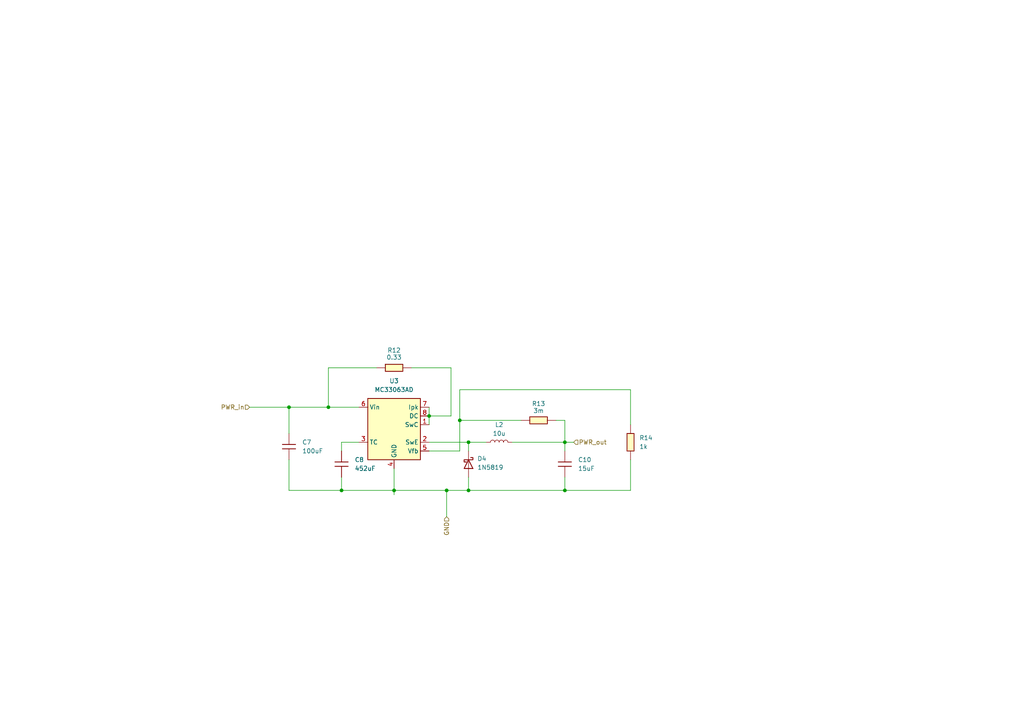
<source format=kicad_sch>
(kicad_sch (version 20231120) (generator "eeschema") (generator_version "8.0")
  (paper "A4")
  (title_block (title "SwitchBoostConverter_puzzRobs_V1"))
  (lib_symbols
    (symbol "Device:L" (pin_numbers hide) (pin_names (offset 1.016) hide)
      (property "Reference" "L" (at -1.27 0 90))
      (property "Value" "L" (at 1.905 0 90))
      (symbol "L_0_1"
        (arc (start 0 -2.54) (mid 0.6323 -1.905) (end 0 -1.27))
        (arc (start 0 -1.27) (mid 0.6323 -0.635) (end 0 0))
        (arc (start 0 0) (mid 0.6323 0.635) (end 0 1.27))
        (arc (start 0 1.27) (mid 0.6323 1.905) (end 0 2.54))
      )
      (symbol "L_1_1"
        (pin passive line (at 0 3.81 270) (length 1.27) (name "1") (number "1"))
        (pin passive line (at 0 -3.81 90) (length 1.27) (name "2") (number "2"))
      )
    )
    (symbol "Diode:C3D25170H" (pin_numbers hide) (pin_names (offset 1.016) hide)
      (property "Reference" "D" (at 0 2.54 0))
      (property "Value" "C3D25170H" (at 0 -2.54 0))
      (symbol "C3D25170H_0_1"
        (polyline (pts (xy 1.27 0) (xy -1.27 0)))
        (polyline (pts (xy 1.27 1.27) (xy 1.27 -1.27) (xy -1.27 0) (xy 1.27 1.27)) (stroke (width 0.254)))
        (polyline (pts (xy -1.905 0.635) (xy -1.905 1.27) (xy -1.27 1.27) (xy -1.27 -1.27) (xy -0.635 -1.27) (xy -0.635 -0.635)) (stroke (width 0.254)))
      )
      (symbol "C3D25170H_1_1"
        (pin passive line (at -3.81 0 0) (length 2.54) (name "K") (number "1"))
        (pin passive line (at 3.81 0 180) (length 2.54) (name "A") (number "2"))
      )
    )
    (symbol "Fab:C_1206" (pin_numbers hide)
      (property "Reference" "C" (at 0.635 2.54 0))
      (property "Value" "C_1206" (at 0.635 -2.54 0))
      (symbol "C_1206_1_1"
        (polyline (pts (xy -1.905 -0.635) (xy 1.905 -0.635)) (stroke (width 0.25)))
        (polyline (pts (xy -1.905 0.635) (xy 1.905 0.635)) (stroke (width 0.25)))
        (pin passive line (at 0 3.81 270) (length 3.175) (name "~") (number "1"))
        (pin passive line (at 0 -3.81 90) (length 3.175) (name "~") (number "2"))
      )
    )
    (symbol "Fab:R_1206" (pin_numbers hide) (pin_names (offset 0))
      (property "Reference" "R" (at 2.54 0 90))
      (property "Value" "R_1206" (at -2.54 0 90))
      (symbol "R_1206_0_1"
        (rectangle (start -1.016 -2.54) (end 1.016 2.54) (stroke (width 0.254)) (fill (type background)))
      )
      (symbol "R_1206_1_1"
        (pin passive line (at 0 5.08 270) (length 2.54) (name "~") (number "1"))
        (pin passive line (at 0 -5.08 90) (length 2.54) (name "~") (number "2"))
      )
    )
    (symbol "Regulator_Switching:MC33063AD"
      (property "Reference" "U" (at -7.62 8.89 0))
      (property "Value" "MC33063AD" (at 0 8.89 0))
      (symbol "MC33063AD_0_1"
        (rectangle (start -7.62 7.62) (end 7.62 -10.16) (stroke (width 0.254)) (fill (type background)))
      )
      (symbol "MC33063AD_1_1"
        (pin open_collector line (at 10.16 0 180) (length 2.54) (name "SwC") (number "1"))
        (pin open_emitter line (at 10.16 -5.08 180) (length 2.54) (name "SwE") (number "2"))
        (pin passive line (at -10.16 -5.08 0) (length 2.54) (name "TC") (number "3"))
        (pin power_in line (at 0 -12.7 90) (length 2.54) (name "GND") (number "4"))
        (pin input line (at 10.16 -7.62 180) (length 2.54) (name "Vfb") (number "5"))
        (pin power_in line (at -10.16 5.08 0) (length 2.54) (name "Vin") (number "6"))
        (pin input line (at 10.16 5.08 180) (length 2.54) (name "Ipk") (number "7"))
        (pin open_collector line (at 10.16 2.54 180) (length 2.54) (name "DC") (number "8"))
      )
    )
  )
  (junction (at 124.46 120.65))
  (junction (at 95.25 118.11))
  (junction (at 163.83 142.24))
  (junction (at 163.83 128.27))
  (junction (at 129.54 142.24))
  (junction (at 99.06 142.24))
  (junction (at 133.35 121.92))
  (junction (at 135.89 142.24))
  (junction (at 114.3 142.24))
  (junction (at 135.89 128.27))
  (junction (at 83.82 118.11))
  (wire (pts (xy 95.25 118.11) (xy 104.14 118.11)))
  (wire (pts (xy 99.06 138.43) (xy 99.06 142.24)))
  (wire (pts (xy 83.82 118.11) (xy 95.25 118.11)))
  (wire (pts (xy 124.46 128.27) (xy 135.89 128.27)))
  (wire (pts (xy 163.83 138.43) (xy 163.83 142.24)))
  (wire (pts (xy 129.54 142.24) (xy 129.54 149.86)))
  (wire (pts (xy 124.46 118.11) (xy 124.46 120.65)))
  (wire (pts (xy 83.82 118.11) (xy 83.82 125.73)))
  (wire (pts (xy 124.46 120.65) (xy 124.46 123.19)))
  (wire (pts (xy 161.29 121.92) (xy 163.83 121.92)))
  (wire (pts (xy 72.39 118.11) (xy 83.82 118.11)))
  (wire (pts (xy 95.25 106.68) (xy 95.25 118.11)))
  (wire (pts (xy 119.38 106.68) (xy 130.81 106.68)))
  (wire (pts (xy 104.14 128.27) (xy 99.06 128.27)))
  (wire (pts (xy 99.06 142.24) (xy 114.3 142.24)))
  (wire (pts (xy 130.81 106.68) (xy 130.81 120.65)))
  (wire (pts (xy 114.3 142.24) (xy 114.3 135.89)))
  (wire (pts (xy 83.82 142.24) (xy 99.06 142.24)))
  (wire (pts (xy 148.59 128.27) (xy 163.83 128.27)))
  (wire (pts (xy 109.22 106.68) (xy 95.25 106.68)))
  (wire (pts (xy 163.83 128.27) (xy 166.37 128.27)))
  (wire (pts (xy 182.88 113.03) (xy 182.88 123.19)))
  (wire (pts (xy 133.35 121.92) (xy 133.35 130.81)))
  (wire (pts (xy 129.54 142.24) (xy 114.3 142.24)))
  (wire (pts (xy 135.89 142.24) (xy 129.54 142.24)))
  (wire (pts (xy 182.88 142.24) (xy 163.83 142.24)))
  (wire (pts (xy 135.89 138.43) (xy 135.89 142.24)))
  (wire (pts (xy 99.06 128.27) (xy 99.06 130.81)))
  (wire (pts (xy 135.89 128.27) (xy 140.97 128.27)))
  (wire (pts (xy 163.83 142.24) (xy 135.89 142.24)))
  (wire (pts (xy 135.89 128.27) (xy 135.89 130.81)))
  (wire (pts (xy 114.3 143.51) (xy 114.3 142.24)))
  (wire (pts (xy 163.83 121.92) (xy 163.83 128.27)))
  (wire (pts (xy 124.46 130.81) (xy 133.35 130.81)))
  (wire (pts (xy 182.88 133.35) (xy 182.88 142.24)))
  (wire (pts (xy 130.81 120.65) (xy 124.46 120.65)))
  (wire (pts (xy 133.35 113.03) (xy 133.35 121.92)))
  (wire (pts (xy 133.35 121.92) (xy 151.13 121.92)))
  (wire (pts (xy 182.88 113.03) (xy 133.35 113.03)))
  (wire (pts (xy 163.83 128.27) (xy 163.83 130.81)))
  (wire (pts (xy 83.82 133.35) (xy 83.82 142.24)))
  (hierarchical_label "PWR_in" (shape input) (at 72.39 118.11 180))
  (hierarchical_label "GND" (shape input) (at 129.54 149.86 270))
  (hierarchical_label "PWR_out" (shape input) (at 166.37 128.27 0))
  (symbol (lib_id "Fab:C_1206") (at 99.06 134.62 0) (unit 1)
    (property "Reference" "C8" (at 102.87 133.3499 0) (effects (justify left)))
    (property "Value" "452uF" (at 102.87 135.8899 0) (effects (justify left)))
    (property "Footprint" "fab:C_1206" (effects (hide yes)))
    (property "Datasheet" "https://www.yageo.com/upload/media/product/productsearch/datasheet/mlcc/UPY-GP_NP0_16V-to-50V_18.pdf" (effects (hide yes)))
    (property "Description" "Unpolarized capacitor, SMD, 1206" (effects (hide yes)))
  )
  (symbol (lib_id "Diode:C3D25170H") (at 135.89 134.62 270) (unit 1)
    (property "Reference" "D4" (at 138.43 133.0324 90) (effects (justify left)))
    (property "Value" "1N5819" (at 138.43 135.5724 90) (effects (justify left)))
    (property "Footprint" "Package_TO_SOT_THT:TO-247-2_Vertical" (effects (hide yes)))
    (property "Datasheet" "https://www.wolfspeed.com/media/downloads/103/C3D25170H.pdf" (effects (hide yes)))
    (property "Description" "1700V, 25A, SiC Schottky Diode, TO-247" (effects (hide yes)))
  )
  (symbol (lib_id "Fab:C_1206") (at 163.83 134.62 0) (unit 1)
    (property "Reference" "C10" (at 167.64 133.3499 0) (effects (justify left)))
    (property "Value" "15uF" (at 167.64 135.8899 0) (effects (justify left)))
    (property "Footprint" "fab:C_1206" (effects (hide yes)))
    (property "Datasheet" "https://www.yageo.com/upload/media/product/productsearch/datasheet/mlcc/UPY-GP_NP0_16V-to-50V_18.pdf" (effects (hide yes)))
    (property "Description" "Unpolarized capacitor, SMD, 1206" (effects (hide yes)))
  )
  (symbol (lib_id "Regulator_Switching:MC33063AD") (at 114.3 123.19 0) (unit 1)
    (property "Reference" "U3" (at 114.3 110.49 0))
    (property "Value" "MC33063AD" (at 114.3 113.03 0))
    (property "Footprint" "Package_SO:SOIC-8_3.9x4.9mm_P1.27mm" (effects (hide yes)))
    (property "Datasheet" "http://www.onsemi.com/pub_link/Collateral/MC34063A-D.PDF" (effects (hide yes)))
    (property "Description" "1.5A, step-up/down/inverting switching regulator, 3-40V Vin, 100kHz, SO-8" (effects (hide yes)))
  )
  (symbol (lib_id "Fab:R_1206") (at 182.88 128.27 0) (unit 1)
    (property "Reference" "R14" (at 185.42 126.9999 0) (effects (justify left)))
    (property "Value" "1k" (at 185.42 129.5399 0) (effects (justify left)))
    (property "Footprint" "fab:R_1206" (effects (hide yes)))
    (property "Description" "Resistor" (effects (hide yes)))
  )
  (symbol (lib_id "Device:L") (at 144.78 128.27 90) (unit 1)
    (property "Reference" "L2" (at 144.78 123.19 90))
    (property "Value" "10u" (at 144.78 125.73 90))
    (property "Description" "Inductor" (effects (hide yes)))
  )
  (symbol (lib_id "Fab:C_1206") (at 83.82 129.54 0) (unit 1)
    (property "Reference" "C7" (at 87.63 128.2699 0) (effects (justify left)))
    (property "Value" "100uF" (at 87.63 130.8099 0) (effects (justify left)))
    (property "Footprint" "fab:C_1206" (effects (hide yes)))
    (property "Datasheet" "https://www.yageo.com/upload/media/product/productsearch/datasheet/mlcc/UPY-GP_NP0_16V-to-50V_18.pdf" (effects (hide yes)))
    (property "Description" "Unpolarized capacitor, SMD, 1206" (effects (hide yes)))
  )
  (symbol (lib_id "Fab:R_1206") (at 156.21 121.92 90) (unit 1)
    (property "Reference" "R13" (at 156.21 117.094 90))
    (property "Value" "3m" (at 156.21 119.126 90))
    (property "Footprint" "fab:R_1206" (effects (hide yes)))
    (property "Description" "Resistor" (effects (hide yes)))
  )
  (symbol (lib_id "Fab:R_1206") (at 114.3 106.68 90) (unit 1)
    (property "Reference" "R12" (at 114.3 101.6 90))
    (property "Value" "0.33" (at 114.3 103.632 90))
    (property "Footprint" "fab:R_1206" (effects (hide yes)))
    (property "Description" "Resistor" (effects (hide yes)))
  )
)
</source>
